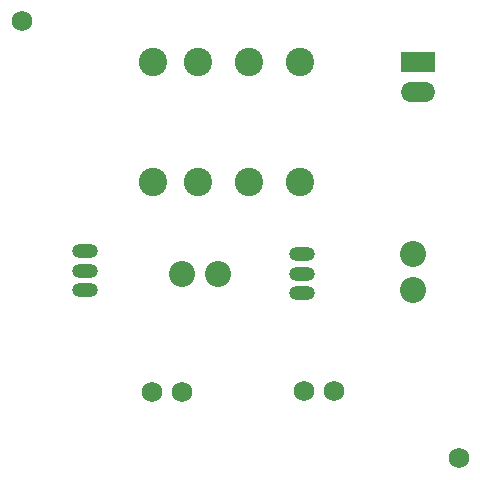
<source format=gbs>
G04*
G04 #@! TF.GenerationSoftware,Altium Limited,Altium Designer,22.1.2 (22)*
G04*
G04 Layer_Color=16711935*
%FSLAX25Y25*%
%MOIN*%
G70*
G04*
G04 #@! TF.SameCoordinates,FD0A4506-277C-477F-BB0F-5FCC6128DB8B*
G04*
G04*
G04 #@! TF.FilePolarity,Negative*
G04*
G01*
G75*
%ADD18C,0.06800*%
%ADD19O,0.08674X0.04737*%
%ADD20O,0.08674X0.04737*%
%ADD21C,0.09461*%
%ADD22R,0.11430X0.06706*%
%ADD23O,0.11430X0.06706*%
%ADD24C,0.08674*%
D18*
X151575Y5906D02*
D03*
X5906Y151575D02*
D03*
X110000Y28500D02*
D03*
X100000D02*
D03*
X49500Y28000D02*
D03*
X59500D02*
D03*
D19*
X27000Y62000D02*
D03*
Y75000D02*
D03*
X99500Y74000D02*
D03*
Y61000D02*
D03*
D20*
X27000Y68500D02*
D03*
X99500Y67500D02*
D03*
D21*
X98600Y138100D02*
D03*
Y98100D02*
D03*
X81600D02*
D03*
Y138100D02*
D03*
X64600D02*
D03*
Y98100D02*
D03*
X49600D02*
D03*
Y138100D02*
D03*
D22*
X138000Y138000D02*
D03*
D23*
Y128000D02*
D03*
D24*
X136500Y62000D02*
D03*
Y74000D02*
D03*
X59348Y67500D02*
D03*
X71348D02*
D03*
M02*

</source>
